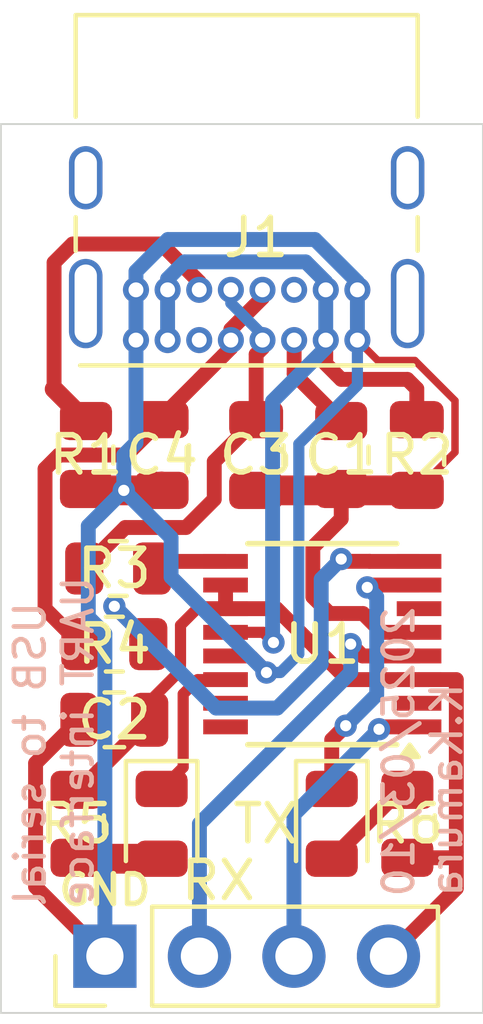
<source format=kicad_pcb>
(kicad_pcb (version 20241229) (generator "pcbnew") (generator_version "9.0")
  (layers (0 "F.Cu" signal) (2 "B.Cu" signal) (5 "F.SilkS" user "F.Silkscreen") (7 "B.SilkS" user "B.Silkscreen") (1 "F.Mask" user) (3 "B.Mask" user) (25 "Edge.Cuts" user))
  (net 0 "")
  (net 1 "GND")
  (net 2 "Net-(J1-CC2)")
  (net 3 "Net-(J1-CC1)")
  (net 4 "Net-(U1-USBDP)")
  (net 5 "Net-(J1-DP1)")
  (net 6 "Net-(U1-USBDM)")
  (net 8 "Net-(J2-Pin_2)")
  (net 10 "Net-(J2-Pin_3)")
  (net 18 "Net-(D1-A)")
  (net 19 "Net-(D1-K)")
  (net 20 "Net-(D2-A)")
  (net 21 "Net-(D2-K)")
  (net 23 "Net-(J1-VBUS)")
  (net 24 "Net-(J2-Pin_4)")
  (net 25 "Net-(J1-DN1)")
  (footprint "Package_SO:SSOP-16_3.9x4.9mm_P0.635mm" (layer "F.Cu") (at 165.1 81.28 180)
    (property "Reference" "U1" (at 0 0 0) (layer "F.SilkS"))
    (property "Value" "FT230XS")
    (fp_line (start -2 2.7) (end 2 2.7) (stroke (width 0.15)) (layer "F.SilkS"))
    (fp_line (start -2 -2.7) (end 2 -2.7) (stroke (width 0.15)) (layer "F.SilkS"))
    (fp_poly (pts (xy -2.35 -2.7) (xy -2.59 -3.03) (xy -2.11 -3.03) (xy -2.35 -2.7)) (stroke (width 0.12)) (fill yes) (layer "F.SilkS"))
    (pad "1" smd rect (at -2.6 -2.2225 180) (size 1.2 0.4) (layers "F.Cu" "F.Mask" "F.Paste") (net 10 "Net-(J2-Pin_3)"))
    (pad "2" smd rect (at -2.6 -1.5875 180) (size 1.2 0.4) (layers "F.Cu" "F.Mask" "F.Paste"))
    (pad "3" smd rect (at -2.6 -0.9525 180) (size 1.2 0.4) (layers "F.Cu" "F.Mask" "F.Paste") (net 24 "Net-(J2-Pin_4)"))
    (pad "4" smd rect (at -2.6 -0.3175 180) (size 1.2 0.4) (layers "F.Cu" "F.Mask" "F.Paste") (net 8 "Net-(J2-Pin_2)"))
    (pad "5" smd rect (at -2.6 0.3175 180) (size 1.2 0.4) (layers "F.Cu" "F.Mask" "F.Paste") (net 1 "GND"))
    (pad "6" smd rect (at -2.6 0.9525 180) (size 1.2 0.4) (layers "F.Cu" "F.Mask" "F.Paste"))
    (pad "7" smd rect (at -2.6 1.5875 180) (size 1.2 0.4) (layers "F.Cu" "F.Mask" "F.Paste") (net 21 "Net-(D2-K)"))
    (pad "8" smd rect (at -2.6 2.2225 180) (size 1.2 0.4) (layers "F.Cu" "F.Mask" "F.Paste") (net 4 "Net-(U1-USBDP)"))
    (pad "9" smd rect (at 2.6 2.2225 180) (size 1.2 0.4) (layers "F.Cu" "F.Mask" "F.Paste") (net 6 "Net-(U1-USBDM)"))
    (pad "10" smd rect (at 2.6 1.5875 180) (size 1.2 0.4) (layers "F.Cu" "F.Mask" "F.Paste") (net 24 "Net-(J2-Pin_4)"))
    (pad "11" smd rect (at 2.6 0.9525 180) (size 1.2 0.4) (layers "F.Cu" "F.Mask" "F.Paste") (net 24 "Net-(J2-Pin_4)"))
    (pad "12" smd rect (at 2.6 0.3175 180) (size 1.2 0.4) (layers "F.Cu" "F.Mask" "F.Paste") (net 23 "Net-(J1-VBUS)"))
    (pad "13" smd rect (at 2.6 -0.3175 180) (size 1.2 0.4) (layers "F.Cu" "F.Mask" "F.Paste") (net 1 "GND"))
    (pad "14" smd rect (at 2.6 -0.9525 180) (size 1.2 0.4) (layers "F.Cu" "F.Mask" "F.Paste") (net 19 "Net-(D1-K)"))
    (pad "15" smd rect (at 2.6 -1.5875 180) (size 1.2 0.4) (layers "F.Cu" "F.Mask" "F.Paste"))
    (pad "16" smd rect (at 2.6 -2.2225 180) (size 1.2 0.4) (layers "F.Cu" "F.Mask" "F.Paste"))
  )
  (footprint "Resistor_SMD:R_0805_2012Metric" (layer "F.Cu") (at 167.386 86.106 -90)
    (property "Reference" "R6" (at 0 0 180) (layer "F.SilkS"))
    (property "Value" "470")
    (fp_line (start -0.227064 0.735) (end 0.227064 0.735) (stroke (width 0.12)) (layer "F.SilkS"))
    (fp_line (start -0.227064 -0.735) (end 0.227064 -0.735) (stroke (width 0.12)) (layer "F.SilkS"))
    (pad "1" smd roundrect (at -0.9125 0 270) (size 1.025 1.4) (layers "F.Cu" "F.Mask" "F.Paste") (roundrect_rratio 0.243902) (net 20 "Net-(D2-A)"))
    (pad "2" smd roundrect (at 0.9125 0 270) (size 1.025 1.4) (layers "F.Cu" "F.Mask" "F.Paste") (roundrect_rratio 0.243902) (net 24 "Net-(J2-Pin_4)"))
  )
  (footprint "Capacitor_SMD:C_0805_2012Metric" (layer "F.Cu") (at 163.322 76.2 -90)
    (property "Reference" "C3" (at 0 0 180) (layer "F.SilkS"))
    (property "Value" "C")
    (fp_line (start -0.261252 0.735) (end 0.261252 0.735) (stroke (width 0.12)) (layer "F.SilkS"))
    (fp_line (start -0.261252 -0.735) (end 0.261252 -0.735) (stroke (width 0.12)) (layer "F.SilkS"))
    (pad "1" smd roundrect (at -0.95 0 270) (size 1 1.45) (layers "F.Cu" "F.Mask" "F.Paste") (net 5 "Net-(J1-DP1)"))
    (pad "2" smd roundrect (at 0.95 0 270) (size 1 1.45) (layers "F.Cu" "F.Mask" "F.Paste") (net 1 "GND"))
  )
  (footprint "Connector_USB:USB_C_Receptacle_GCT_USB4085" (layer "F.Cu") (at 166.043 73.113 180)
    (property "Reference" "J1" (at 2.721 2.755 0) (layer "F.SilkS"))
    (property "Value" "USB4085-GF-A_REVB")
    (fp_line (start 7.57 6) (end 7.57 8.73) (stroke (width 0.12)) (layer "F.SilkS"))
    (fp_line (start 7.57 2.4) (end 7.57 3.3) (stroke (width 0.12)) (layer "F.SilkS"))
    (fp_line (start -1.5 -0.68) (end 7.45 -0.68) (stroke (width 0.12)) (layer "F.SilkS"))
    (fp_line (start -1.62 8.73) (end 7.57 8.73) (stroke (width 0.12)) (layer "F.SilkS"))
    (fp_line (start -1.62 6) (end -1.62 8.73) (stroke (width 0.12)) (layer "F.SilkS"))
    (fp_line (start -1.62 2.4) (end -1.62 3.3) (stroke (width 0.12)) (layer "F.SilkS"))
    (pad "A1" thru_hole circle (at 0 0 180) (size 0.7 0.7) (drill 0.4) (layers "*.Cu" "*.Mask") (net 1 "GND"))
    (pad "A4" thru_hole circle (at 0.85 0 180) (size 0.7 0.7) (drill 0.4) (layers "*.Cu" "*.Mask") (net 23 "Net-(J1-VBUS)"))
    (pad "A5" thru_hole circle (at 1.7 0 180) (size 0.7 0.7) (drill 0.4) (layers "*.Cu" "*.Mask") (net 3 "Net-(J1-CC1)"))
    (pad "A6" thru_hole circle (at 2.55 0 180) (size 0.7 0.7) (drill 0.4) (layers "*.Cu" "*.Mask") (net 5 "Net-(J1-DP1)"))
    (pad "A7" thru_hole circle (at 3.4 0 180) (size 0.7 0.7) (drill 0.4) (layers "*.Cu" "*.Mask") (net 25 "Net-(J1-DN1)"))
    (pad "A8" thru_hole circle (at 4.25 0 180) (size 0.7 0.7) (drill 0.4) (layers "*.Cu" "*.Mask"))
    (pad "A9" thru_hole circle (at 5.1 0 180) (size 0.7 0.7) (drill 0.4) (layers "*.Cu" "*.Mask") (net 23 "Net-(J1-VBUS)"))
    (pad "A12" thru_hole circle (at 5.95 0 180) (size 0.7 0.7) (drill 0.4) (layers "*.Cu" "*.Mask") (net 1 "GND"))
    (pad "B1" thru_hole circle (at 5.95 1.35 180) (size 0.7 0.7) (drill 0.4) (layers "*.Cu" "*.Mask") (net 1 "GND"))
    (pad "B4" thru_hole circle (at 5.1 1.35 180) (size 0.7 0.7) (drill 0.4) (layers "*.Cu" "*.Mask") (net 23 "Net-(J1-VBUS)"))
    (pad "B5" thru_hole circle (at 4.25 1.35 180) (size 0.7 0.7) (drill 0.4) (layers "*.Cu" "*.Mask") (net 2 "Net-(J1-CC2)"))
    (pad "B6" thru_hole circle (at 3.4 1.35 180) (size 0.7 0.7) (drill 0.4) (layers "*.Cu" "*.Mask") (net 5 "Net-(J1-DP1)"))
    (pad "B7" thru_hole circle (at 2.55 1.35 180) (size 0.7 0.7) (drill 0.4) (layers "*.Cu" "*.Mask") (net 25 "Net-(J1-DN1)"))
    (pad "B8" thru_hole circle (at 1.7 1.35 180) (size 0.7 0.7) (drill 0.4) (layers "*.Cu" "*.Mask"))
    (pad "B9" thru_hole circle (at 0.85 1.35 180) (size 0.7 0.7) (drill 0.4) (layers "*.Cu" "*.Mask") (net 23 "Net-(J1-VBUS)"))
    (pad "B12" thru_hole circle (at 0 1.35 180) (size 0.7 0.7) (drill 0.4) (layers "*.Cu" "*.Mask") (net 1 "GND"))
    (pad "S1" thru_hole oval (at -1.35 0.98 180) (size 0.9 2.4) (drill oval 0.6 2.1) (layers "*.Cu" "*.Mask"))
    (pad "S1" thru_hole oval (at -1.35 4.36 180) (size 0.9 1.7) (drill oval 0.6 1.4) (layers "*.Cu" "*.Mask"))
    (pad "S1" thru_hole oval (at 7.3 0.98 180) (size 0.9 2.4) (drill oval 0.6 2.1) (layers "*.Cu" "*.Mask"))
    (pad "S1" thru_hole oval (at 7.3 4.36 180) (size 0.9 1.7) (drill oval 0.6 1.4) (layers "*.Cu" "*.Mask"))
  )
  (footprint "LED_SMD:LED_0805_2012Metric" (layer "F.Cu") (at 160.782 86.106 -90)
    (property "Reference" "RX" (at 1.524 -1.524 180) (layer "F.SilkS"))
    (property "Value" "~")
    (fp_line (start -1.685 0.96) (end 1 0.96) (stroke (width 0.12)) (layer "F.SilkS"))
    (fp_line (start -1.685 -0.96) (end -1.685 0.96) (stroke (width 0.12)) (layer "F.SilkS"))
    (fp_line (start 1 -0.96) (end -1.685 -0.96) (stroke (width 0.12)) (layer "F.SilkS"))
    (pad "1" smd roundrect (at -0.9375 0 270) (size 0.975 1.4) (layers "F.Cu" "F.Mask" "F.Paste") (net 19 "Net-(D1-K)"))
    (pad "2" smd roundrect (at 0.9375 0 270) (size 0.975 1.4) (layers "F.Cu" "F.Mask" "F.Paste") (net 18 "Net-(D1-A)"))
  )
  (footprint "Resistor_SMD:R_0805_2012Metric" (layer "F.Cu") (at 158.75 76.2 -90)
    (property "Reference" "R1" (at 0 0 180) (layer "F.SilkS"))
    (property "Value" "5.1k")
    (fp_line (start -0.227064 0.735) (end 0.227064 0.735) (stroke (width 0.12)) (layer "F.SilkS"))
    (fp_line (start -0.227064 -0.735) (end 0.227064 -0.735) (stroke (width 0.12)) (layer "F.SilkS"))
    (pad "1" smd roundrect (at -0.9125 0 270) (size 1.025 1.4) (layers "F.Cu" "F.Mask" "F.Paste") (roundrect_rratio 0.243902) (net 2 "Net-(J1-CC2)"))
    (pad "2" smd roundrect (at 0.9125 0 270) (size 1.025 1.4) (layers "F.Cu" "F.Mask" "F.Paste") (roundrect_rratio 0.243902) (net 1 "GND"))
  )
  (footprint "Connector_PinHeader_2.54mm:PinHeader_1x04_P2.54mm_Vertical" (layer "F.Cu") (at 159.258 89.662 90)
    (property "Reference" "GND" (at 1.778 0 180) (layer "F.SilkS") (effects (font (size 0.8 0.8))))
    (property "Value" "Conn_01x04_Pin")
    (fp_line (start -1.33 -1.33) (end 0 -1.33) (stroke (width 0.12)) (layer "F.SilkS"))
    (fp_line (start -1.33 0) (end -1.33 -1.33) (stroke (width 0.12)) (layer "F.SilkS"))
    (fp_line (start 1.33 1.27) (end 1.33 8.95) (stroke (width 0.12)) (layer "F.SilkS"))
    (fp_line (start -1.33 1.27) (end 1.33 1.27) (stroke (width 0.12)) (layer "F.SilkS"))
    (fp_line (start -1.33 1.27) (end -1.33 8.95) (stroke (width 0.12)) (layer "F.SilkS"))
    (fp_line (start -1.33 8.95) (end 1.33 8.95) (stroke (width 0.12)) (layer "F.SilkS"))
    (pad "1" thru_hole rect (at 0 0 90) (size 1.7 1.7) (drill 1) (layers "*.Cu" "*.Mask") (net 1 "GND"))
    (pad "2" thru_hole oval (at 0 2.54 90) (size 1.7 1.7) (drill 1) (layers "*.Cu" "*.Mask") (net 8 "Net-(J2-Pin_2)"))
    (pad "3" thru_hole oval (at 0 5.08 90) (size 1.7 1.7) (drill 1) (layers "*.Cu" "*.Mask") (net 10 "Net-(J2-Pin_3)"))
    (pad "4" thru_hole oval (at 0 7.62 90) (size 1.7 1.7) (drill 1) (layers "*.Cu" "*.Mask") (net 24 "Net-(J2-Pin_4)"))
  )
  (footprint "LED_SMD:LED_0805_2012Metric" (layer "F.Cu") (at 165.354 86.106 -90)
    (property "Reference" "TX" (at 0 1.778 180) (layer "F.SilkS"))
    (property "Value" "~")
    (fp_line (start -1.685 0.96) (end 1 0.96) (stroke (width 0.12)) (layer "F.SilkS"))
    (fp_line (start -1.685 -0.96) (end -1.685 0.96) (stroke (width 0.12)) (layer "F.SilkS"))
    (fp_line (start 1 -0.96) (end -1.685 -0.96) (stroke (width 0.12)) (layer "F.SilkS"))
    (pad "1" smd roundrect (at -0.9375 0 270) (size 0.975 1.4) (layers "F.Cu" "F.Mask" "F.Paste") (net 21 "Net-(D2-K)"))
    (pad "2" smd roundrect (at 0.9375 0 270) (size 0.975 1.4) (layers "F.Cu" "F.Mask" "F.Paste") (net 20 "Net-(D2-A)"))
  )
  (footprint "Resistor_SMD:R_0805_2012Metric" (layer "F.Cu") (at 159.6155 79.248)
    (property "Reference" "R3" (at -0.1035 0 0) (layer "F.SilkS"))
    (property "Value" "27")
    (fp_line (start -0.227064 -0.735) (end 0.227064 -0.735) (stroke (width 0.12)) (layer "F.SilkS"))
    (fp_line (start -0.227064 0.735) (end 0.227064 0.735) (stroke (width 0.12)) (layer "F.SilkS"))
    (pad "1" smd roundrect (at -0.9125 0) (size 1.025 1.4) (layers "F.Cu" "F.Mask" "F.Paste") (roundrect_rratio 0.243902) (net 5 "Net-(J1-DP1)"))
    (pad "2" smd roundrect (at 0.9125 0) (size 1.025 1.4) (layers "F.Cu" "F.Mask" "F.Paste") (roundrect_rratio 0.243902) (net 6 "Net-(U1-USBDM)"))
  )
  (footprint "Capacitor_SMD:C_0805_2012Metric" (layer "F.Cu") (at 167.64 76.2 90)
    (property "Reference" "C1" (at 0 -2.032 180) (layer "F.SilkS"))
    (property "Value" "0.1u")
    (fp_line (start -0.261252 -0.735) (end 0.261252 -0.735) (stroke (width 0.12)) (layer "F.SilkS"))
    (fp_line (start -0.261252 0.735) (end 0.261252 0.735) (stroke (width 0.12)) (layer "F.SilkS"))
    (pad "1" smd roundrect (at -0.95 0 90) (size 1 1.45) (layers "F.Cu" "F.Mask" "F.Paste") (net 1 "GND"))
    (pad "2" smd roundrect (at 0.95 0 90) (size 1 1.45) (layers "F.Cu" "F.Mask" "F.Paste") (net 23 "Net-(J1-VBUS)"))
  )
  (footprint "Capacitor_SMD:C_0805_2012Metric" (layer "F.Cu") (at 160.782 76.2 -90)
    (property "Reference" "C4" (at 0 0 180) (layer "F.SilkS"))
    (property "Value" "C")
    (fp_line (start -0.261252 0.735) (end 0.261252 0.735) (stroke (width 0.12)) (layer "F.SilkS"))
    (fp_line (start -0.261252 -0.735) (end 0.261252 -0.735) (stroke (width 0.12)) (layer "F.SilkS"))
    (pad "1" smd roundrect (at -0.95 0 270) (size 1 1.45) (layers "F.Cu" "F.Mask" "F.Paste") (net 25 "Net-(J1-DN1)"))
    (pad "2" smd roundrect (at 0.95 0 270) (size 1 1.45) (layers "F.Cu" "F.Mask" "F.Paste") (net 1 "GND"))
  )
  (footprint "Resistor_SMD:R_0805_2012Metric" (layer "F.Cu") (at 158.496 86.106 -90)
    (property "Reference" "R5" (at 0 0 180) (layer "F.SilkS"))
    (property "Value" "470")
    (fp_line (start -0.227064 0.735) (end 0.227064 0.735) (stroke (width 0.12)) (layer "F.SilkS"))
    (fp_line (start -0.227064 -0.735) (end 0.227064 -0.735) (stroke (width 0.12)) (layer "F.SilkS"))
    (pad "1" smd roundrect (at -0.9125 0 270) (size 1.025 1.4) (layers "F.Cu" "F.Mask" "F.Paste") (roundrect_rratio 0.243902) (net 24 "Net-(J2-Pin_4)"))
    (pad "2" smd roundrect (at 0.9125 0 270) (size 1.025 1.4) (layers "F.Cu" "F.Mask" "F.Paste") (roundrect_rratio 0.243902) (net 18 "Net-(D1-A)"))
  )
  (footprint "Resistor_SMD:R_0805_2012Metric" (layer "F.Cu") (at 159.512 81.28)
    (property "Reference" "R4" (at 0 0 0) (layer "F.SilkS"))
    (property "Value" "27")
    (fp_line (start -0.227064 -0.735) (end 0.227064 -0.735) (stroke (width 0.12)) (layer "F.SilkS"))
    (fp_line (start -0.227064 0.735) (end 0.227064 0.735) (stroke (width 0.12)) (layer "F.SilkS"))
    (pad "1" smd roundrect (at -0.9125 0) (size 1.025 1.4) (layers "F.Cu" "F.Mask" "F.Paste") (roundrect_rratio 0.243902) (net 25 "Net-(J1-DN1)"))
    (pad "2" smd roundrect (at 0.9125 0) (size 1.025 1.4) (layers "F.Cu" "F.Mask" "F.Paste") (roundrect_rratio 0.243902) (net 4 "Net-(U1-USBDP)"))
  )
  (footprint "Resistor_SMD:R_0805_2012Metric" (layer "F.Cu") (at 165.608 76.2 -90)
    (property "Reference" "R2" (at 0 -2.032 180) (layer "F.SilkS"))
    (property "Value" "5.1k")
    (fp_line (start -0.227064 0.735) (end 0.227064 0.735) (stroke (width 0.12)) (layer "F.SilkS"))
    (fp_line (start -0.227064 -0.735) (end 0.227064 -0.735) (stroke (width 0.12)) (layer "F.SilkS"))
    (pad "1" smd roundrect (at -0.9125 0 270) (size 1.025 1.4) (layers "F.Cu" "F.Mask" "F.Paste") (roundrect_rratio 0.243902) (net 3 "Net-(J1-CC1)"))
    (pad "2" smd roundrect (at 0.9125 0 270) (size 1.025 1.4) (layers "F.Cu" "F.Mask" "F.Paste") (roundrect_rratio 0.243902) (net 1 "GND"))
  )
  (footprint "Capacitor_SMD:C_0805_2012Metric" (layer "F.Cu") (at 159.512 83.312)
    (property "Reference" "C2" (at 0 0 0) (layer "F.SilkS"))
    (property "Value" "0.1u")
    (fp_line (start -0.261252 -0.735) (end 0.261252 -0.735) (stroke (width 0.12)) (layer "F.SilkS"))
    (fp_line (start -0.261252 0.735) (end 0.261252 0.735) (stroke (width 0.12)) (layer "F.SilkS"))
    (pad "1" smd roundrect (at -0.95 0) (size 1 1.45) (layers "F.Cu" "F.Mask" "F.Paste") (net 1 "GND"))
    (pad "2" smd roundrect (at 0.95 0) (size 1 1.45) (layers "F.Cu" "F.Mask" "F.Paste") (net 24 "Net-(J2-Pin_4)"))
  )
  (gr_line (start 156.464 67.31) (end 169.418 67.31) (stroke (width 0.05)) (layer "Edge.Cuts"))
  (gr_line (start 169.418 67.31) (end 169.418 91.186) (stroke (width 0.05)) (layer "Edge.Cuts"))
  (gr_line (start 169.418 91.186) (end 156.464 91.186) (stroke (width 0.05)) (layer "Edge.Cuts"))
  (gr_line (start 156.464 91.186) (end 156.464 67.31) (stroke (width 0.05)) (layer "Edge.Cuts"))
  (gr_text "2025/03/10\nK.Kamura" (at 168.91 88.138 90) (layer "B.SilkS") (effects (font (size 0.8 0.8) (thickness 0.125)) (justify right bottom mirror)))
  (gr_text "USB to serial\nUART interface" (at 159.004 88.392 90) (layer "B.SilkS") (effects (font (size 0.8 0.8) (thickness 0.125)) (justify right bottom mirror)))
  (segment (start 168.666 76.124) (end 167.64 77.15) (width 0.2) (layer "F.Cu") (net 1))
  (segment (start 160.782 77.15) (end 158.75 77.15) (width 0.8) (layer "F.Cu") (net 1))
  (segment (start 166.1945 80.457) (end 165.293 80.457) (width 0.4) (layer "F.Cu") (net 1))
  (segment (start 167.7 80.9625) (end 166.7 80.9625) (width 0.4) (layer "F.Cu") (net 1))
  (segment (start 165.293 80.457) (end 164.846 80.01) (width 0.4) (layer "F.Cu") (net 1))
  (segment (start 164.846 78.678) (end 165.608 77.916) (width 0.4) (layer "F.Cu") (net 1))
  (segment (start 168.666 74.739479) (end 168.666 76.124) (width 0.2) (layer "F.Cu") (net 1))
  (segment (start 166.59 73.66) (end 167.58652 73.66) (width 0.2) (layer "F.Cu") (net 1))
  (segment (start 165.608 77.916) (end 165.608 77.1125) (width 0.4) (layer "F.Cu") (net 1))
  (segment (start 163.22826 81.5975) (end 163.600002 81.969242) (width 0.3) (layer "F.Cu") (net 1))
  (segment (start 163.600002 81.969242) (end 163.600002 82.042) (width 0.3) (layer "F.Cu") (net 1))
  (segment (start 157.395 84.479) (end 157.395 87.799) (width 0.4) (layer "F.Cu") (net 1))
  (segment (start 166.7 80.9625) (end 166.1945 80.457) (width 0.4) (layer "F.Cu") (net 1))
  (segment (start 158.562 83.312) (end 157.395 84.479) (width 0.4) (layer "F.Cu") (net 1))
  (segment (start 157.395 87.799) (end 159.258 89.662) (width 0.4) (layer "F.Cu") (net 1))
  (segment (start 158.75 77.15) (end 158.75 77.1125) (width 0.8) (layer "F.Cu") (net 1))
  (segment (start 163.322 77.15) (end 167.64 77.15) (width 0.8) (layer "F.Cu") (net 1))
  (segment (start 166.043 73.113) (end 166.59 73.66) (width 0.2) (layer "F.Cu") (net 1))
  (segment (start 160.782 77.15) (end 160.782 76.942913) (width 0.6) (layer "F.Cu") (net 1))
  (segment (start 164.846 80.01) (end 164.846 78.678) (width 0.4) (layer "F.Cu") (net 1))
  (segment (start 167.58652 73.66) (end 168.666 74.739479) (width 0.2) (layer "F.Cu") (net 1))
  (segment (start 162.5 81.5975) (end 163.22826 81.5975) (width 0.3) (layer "F.Cu") (net 1))
  (via (at 159.766 77.15) (size 0.6) (drill 0.3) (layers "F.Cu" "B.Cu") (net 1))
  (via (at 159.766 77.15) (size 0.6) (drill 0.3) (layers "F.Cu" "B.Cu") (net 1))
  (via (at 163.600002 82.042) (size 0.6) (drill 0.3) (layers "F.Cu" "B.Cu") (net 1))
  (segment (start 161.036 78.42) (end 159.766 77.15) (width 0.4) (layer "B.Cu") (net 1))
  (segment (start 161.036 79.477998) (end 161.036 78.74) (width 0.4) (layer "B.Cu") (net 1))
  (segment (start 164.903075 70.411) (end 166.043 71.550925) (width 0.4) (layer "B.Cu") (net 1))
  (segment (start 160.093 75.873) (end 159.766 76.2) (width 0.4) (layer "B.Cu") (net 1))
  (segment (start 160.093 73.113) (end 160.093 75.873) (width 0.4) (layer "B.Cu") (net 1))
  (segment (start 166.043 71.763) (end 166.043 73.113) (width 0.4) (layer "B.Cu") (net 1))
  (segment (start 161.036 78.74) (end 161.036 78.42) (width 0.4) (layer "B.Cu") (net 1))
  (segment (start 166.043 74.328943) (end 166.043 73.113) (width 0.3) (layer "B.Cu") (net 1))
  (segment (start 166.182 73.252) (end 166.043 73.113) (width 0.2) (layer "B.Cu") (net 1))
  (segment (start 159.766 76.2) (end 159.766 77.15) (width 0.4) (layer "B.Cu") (net 1))
  (segment (start 158.811 80.554364) (end 158.811 78.105) (width 0.4) (layer "B.Cu") (net 1))
  (segment (start 163.600002 82.042) (end 163.972834 82.042) (width 0.3) (layer "B.Cu") (net 1))
  (segment (start 163.600002 82.042) (end 163.902124 82.042) (width 0.3) (layer "B.Cu") (net 1))
  (segment (start 166.043 71.550925) (end 166.043 71.763) (width 0.4) (layer "B.Cu") (net 1))
  (segment (start 160.093 71.268026) (end 160.950026 70.411) (width 0.4) (layer "B.Cu") (net 1))
  (segment (start 164.469306 81.545528) (end 164.469306 75.902637) (width 0.3) (layer "B.Cu") (net 1))
  (segment (start 160.093 71.763) (end 160.093 71.268026) (width 0.4) (layer "B.Cu") (net 1))
  (segment (start 158.811 80.554364) (end 159.258 81.001364) (width 0.4) (layer "B.Cu") (net 1))
  (segment (start 163.600002 82.042) (end 161.036 79.477998) (width 0.4) (layer "B.Cu") (net 1))
  (segment (start 158.811 78.105) (end 159.766 77.15) (width 0.4) (layer "B.Cu") (net 1))
  (segment (start 159.258 81.001364) (end 159.258 89.662) (width 0.4) (layer "B.Cu") (net 1))
  (segment (start 164.469306 75.902637) (end 166.043 74.328943) (width 0.3) (layer "B.Cu") (net 1))
  (segment (start 160.093 73.113) (end 160.093 71.763) (width 0.4) (layer "B.Cu") (net 1))
  (segment (start 163.972834 82.042) (end 164.469306 81.545528) (width 0.3) (layer "B.Cu") (net 1))
  (segment (start 163.600002 82.042) (end 163.576 82.042) (width 0.2) (layer "B.Cu") (net 1))
  (segment (start 160.950026 70.411) (end 164.903075 70.411) (width 0.4) (layer "B.Cu") (net 1))
  (segment (start 157.892 74.4295) (end 157.892 71.030504) (width 0.4) (layer "F.Cu") (net 2))
  (segment (start 160.774075 70.532) (end 161.793 71.550925) (width 0.4) (layer "F.Cu") (net 2))
  (segment (start 157.892 71.030504) (end 158.390504 70.532) (width 0.4) (layer "F.Cu") (net 2))
  (segment (start 161.793 71.550925) (end 161.793 71.763) (width 0.4) (layer "F.Cu") (net 2))
  (segment (start 158.390504 70.532) (end 160.774075 70.532) (width 0.4) (layer "F.Cu") (net 2))
  (segment (start 158.75 75.2875) (end 157.892 74.4295) (width 0.5) (layer "F.Cu") (net 2))
  (segment (start 164.343 74.0225) (end 164.343 73.113) (width 0.4) (layer "F.Cu") (net 3))
  (segment (start 164.343 72.971636) (end 164.343 73.113) (width 0.3) (layer "F.Cu") (net 3))
  (segment (start 165.608 75.2875) (end 164.343 74.0225) (width 0.4) (layer "F.Cu") (net 3))
  (segment (start 167.7 79.0575) (end 166.3725 79.0575) (width 0.4) (layer "F.Cu") (net 4))
  (segment (start 165.669 79.055) (end 166.37 79.055) (width 0.4) (layer "F.Cu") (net 4))
  (segment (start 165.608 78.994) (end 165.669 79.055) (width 0.4) (layer "F.Cu") (net 4))
  (segment (start 160.4245 81.28) (end 160.4245 81.1765) (width 0.4) (layer "F.Cu") (net 4))
  (segment (start 160.4245 81.1765) (end 159.512 80.264) (width 0.4) (layer "F.Cu") (net 4))
  (segment (start 166.3725 79.0575) (end 166.37 79.055) (width 0.4) (layer "F.Cu") (net 4))
  (via (at 165.608 78.994) (size 0.6) (drill 0.3) (layers "F.Cu" "B.Cu") (net 4))
  (via (at 159.512 80.264) (size 0.6) (drill 0.3) (layers "F.Cu" "B.Cu") (net 4))
  (segment (start 162.245 82.997) (end 163.890366 82.997) (width 0.4) (layer "B.Cu") (net 4))
  (segment (start 163.890366 82.997) (end 165.070306 81.81706) (width 0.4) (layer "B.Cu") (net 4))
  (segment (start 165.070306 79.531694) (end 165.608 78.994) (width 0.4) (layer "B.Cu") (net 4))
  (segment (start 159.512 80.264) (end 162.245 82.997) (width 0.4) (layer "B.Cu") (net 4))
  (segment (start 165.070306 81.81706) (end 165.070306 79.531694) (width 0.4) (layer "B.Cu") (net 4))
  (segment (start 163.322 75.25) (end 162.196 76.376) (width 0.4) (layer "F.Cu") (net 5))
  (segment (start 163.322 73.496075) (end 163.322 75.25) (width 0.4) (layer "F.Cu") (net 5))
  (segment (start 163.322 73.496075) (end 163.493 73.325075) (width 0.4) (layer "F.Cu") (net 5))
  (segment (start 163.493 73.325075) (end 163.493 73.113) (width 0.4) (layer "F.Cu") (net 5))
  (segment (start 159.804 78.147) (end 158.703 79.248) (width 0.4) (layer "F.Cu") (net 5))
  (segment (start 162.196 77.38858) (end 161.43758 78.147) (width 0.4) (layer "F.Cu") (net 5))
  (segment (start 161.43758 78.147) (end 159.804 78.147) (width 0.4) (layer "F.Cu") (net 5))
  (segment (start 162.196 76.376) (end 162.196 77.38858) (width 0.4) (layer "F.Cu") (net 5))
  (segment (start 162.643 72.121636) (end 163.493 72.971636) (width 0.3) (layer "B.Cu") (net 5))
  (segment (start 162.643 71.763) (end 162.643 72.121636) (width 0.3) (layer "B.Cu") (net 5))
  (segment (start 163.493 72.971636) (end 163.493 73.113) (width 0.3) (layer "B.Cu") (net 5))
  (segment (start 160.7185 79.0575) (end 160.528 79.248) (width 0.4) (layer "F.Cu") (net 6))
  (segment (start 162.5 79.0575) (end 160.7185 79.0575) (width 0.4) (layer "F.Cu") (net 6))
  (segment (start 166.1795 81.5975) (end 165.862 81.28) (width 0.4) (layer "F.Cu") (net 8))
  (segment (start 167.7 81.5975) (end 166.1795 81.5975) (width 0.4) (layer "F.Cu") (net 8))
  (via (at 165.862 81.28) (size 0.6) (drill 0.3) (layers "F.Cu" "B.Cu") (net 8))
  (segment (start 161.798 86.106) (end 161.798 89.662) (width 0.4) (layer "B.Cu") (net 8))
  (segment (start 165.862 82.042) (end 161.798 86.106) (width 0.4) (layer "B.Cu") (net 8))
  (segment (start 165.862 81.28) (end 165.862 82.042) (width 0.4) (layer "B.Cu") (net 8))
  (segment (start 167.7 83.5025) (end 166.6875 83.5025) (width 0.4) (layer "F.Cu") (net 10))
  (segment (start 166.6875 83.5025) (end 166.624 83.566) (width 0.4) (layer "F.Cu") (net 10))
  (via (at 166.624 83.566) (size 0.6) (drill 0.3) (layers "F.Cu" "B.Cu") (net 10))
  (segment (start 164.338 85.852) (end 166.624 83.566) (width 0.4) (layer "B.Cu") (net 10))
  (segment (start 164.338 89.662) (end 164.338 85.852) (width 0.4) (layer "B.Cu") (net 10))
  (segment (start 160.782 87.0435) (end 158.521 87.0435) (width 0.8) (layer "F.Cu") (net 18))
  (segment (start 158.521 87.0435) (end 158.496 87.0185) (width 0.8) (layer "F.Cu") (net 18))
  (segment (start 161.361195 84.589305) (end 160.782 85.1685) (width 0.3) (layer "F.Cu") (net 19))
  (segment (start 161.749891 82.2325) (end 161.361195 82.621195) (width 0.3) (layer "F.Cu") (net 19))
  (segment (start 162.5 82.2325) (end 161.749891 82.2325) (width 0.3) (layer "F.Cu") (net 19))
  (segment (start 161.361195 82.621195) (end 161.361195 84.589305) (width 0.3) (layer "F.Cu") (net 19))
  (segment (start 167.386 85.1935) (end 167.204 85.1935) (width 0.4) (layer "F.Cu") (net 20))
  (segment (start 167.204 85.1935) (end 165.354 87.0435) (width 0.4) (layer "F.Cu") (net 20))
  (segment (start 165.354 85.1685) (end 165.354 83.846049) (width 0.4) (layer "F.Cu") (net 21))
  (segment (start 165.354 83.846049) (end 165.729023 83.471026) (width 0.4) (layer "F.Cu") (net 21))
  (segment (start 166.3715 79.6925) (end 166.308 79.756) (width 0.4) (layer "F.Cu") (net 21))
  (segment (start 167.7 79.6925) (end 166.3715 79.6925) (width 0.4) (layer "F.Cu") (net 21))
  (via (at 165.729023 83.471026) (size 0.6) (drill 0.3) (layers "F.Cu" "B.Cu") (net 21))
  (via (at 166.308 79.756) (size 0.6) (drill 0.3) (layers "F.Cu" "B.Cu") (net 21))
  (segment (start 166.563 80.011) (end 166.308 79.756) (width 0.4) (layer "B.Cu") (net 21))
  (segment (start 166.563 82.637049) (end 166.563 80.011) (width 0.4) (layer "B.Cu") (net 21))
  (segment (start 165.729023 83.471026) (end 166.563 82.637049) (width 0.4) (layer "B.Cu") (net 21))
  (segment (start 163.513914 80.9625) (end 163.787442 81.236028) (width 0.3) (layer "F.Cu") (net 23))
  (segment (start 165.608 74.168) (end 167.386 74.168) (width 0.4) (layer "F.Cu") (net 23))
  (segment (start 165.193 73.753) (end 165.193 73.113) (width 0.4) (layer "F.Cu") (net 23))
  (segment (start 167.64 74.422) (end 167.64 75.25) (width 0.4) (layer "F.Cu") (net 23))
  (segment (start 165.481 74.041) (end 165.608 74.168) (width 0.4) (layer "F.Cu") (net 23))
  (segment (start 167.386 74.168) (end 167.64 74.422) (width 0.4) (layer "F.Cu") (net 23))
  (segment (start 165.481 74.041) (end 165.193 73.753) (width 0.4) (layer "F.Cu") (net 23))
  (segment (start 162.5 80.9625) (end 163.513914 80.9625) (width 0.3) (layer "F.Cu") (net 23))
  (via (at 163.787442 81.236028) (size 0.6) (drill 0.3) (layers "F.Cu" "B.Cu") (net 23))
  (segment (start 163.764625 81.213211) (end 163.787442 81.236028) (width 0.4) (layer "B.Cu") (net 23))
  (segment (start 161.398 71.012) (end 164.654075 71.012) (width 0.4) (layer "B.Cu") (net 23))
  (segment (start 160.943 73.113) (end 160.943 71.763) (width 0.4) (layer "B.Cu") (net 23))
  (segment (start 160.943 71.467) (end 161.398 71.012) (width 0.4) (layer "B.Cu") (net 23))
  (segment (start 163.764625 74.75345) (end 163.764625 81.213211) (width 0.4) (layer "B.Cu") (net 23))
  (segment (start 165.193 73.113) (end 165.193 73.325075) (width 0.4) (layer "B.Cu") (net 23))
  (segment (start 164.654075 71.012) (end 165.193 71.550925) (width 0.4) (layer "B.Cu") (net 23))
  (segment (start 165.193 71.550925) (end 165.193 71.763) (width 0.4) (layer "B.Cu") (net 23))
  (segment (start 165.193 71.763) (end 165.193 73.113) (width 0.4) (layer "B.Cu") (net 23))
  (segment (start 165.193 73.325075) (end 163.764625 74.75345) (width 0.4) (layer "B.Cu") (net 23))
  (segment (start 160.943 71.763) (end 160.943 71.467) (width 0.4) (layer "B.Cu") (net 23))
  (segment (start 158.496 85.1935) (end 158.5805 85.1935) (width 0.4) (layer "F.Cu") (net 24))
  (segment (start 168.7 82.2325) (end 168.701 82.2335) (width 0.4) (layer "F.Cu") (net 24))
  (segment (start 161.288 81.98587) (end 160.462 82.81187) (width 0.3) (layer "F.Cu") (net 24))
  (segment (start 165.773864 82.2325) (end 163.868864 80.3275) (width 0.4) (layer "F.Cu") (net 24))
  (segment (start 161.288 81.79) (end 161.288 81.98587) (width 0.3) (layer "F.Cu") (net 24))
  (segment (start 167.7 82.2325) (end 168.7 82.2325) (width 0.4) (layer "F.Cu") (net 24))
  (segment (start 163.868864 80.3275) (end 162.5 80.3275) (width 0.4) (layer "F.Cu") (net 24))
  (segment (start 162.5 80.3275) (end 161.7345 80.3275) (width 0.3) (layer "F.Cu") (net 24))
  (segment (start 160.462 82.81187) (end 160.462 83.312) (width 0.3) (layer "F.Cu") (net 24))
  (segment (start 161.7345 80.3275) (end 161.29 80.772) (width 0.3) (layer "F.Cu") (net 24))
  (segment (start 158.5805 85.1935) (end 160.462 83.312) (width 0.4) (layer "F.Cu") (net 24))
  (segment (start 167.386 87.0185) (end 168.5505 87.0185) (width 0.4) (layer "F.Cu") (net 24))
  (segment (start 162.5 80.3275) (end 162.5 79.6925) (width 0.4) (layer "F.Cu") (net 24))
  (segment (start 168.701 82.2335) (end 168.701 86.868) (width 0.4) (layer "F.Cu") (net 24))
  (segment (start 161.29 81.788) (end 161.288 81.79) (width 0.3) (layer "F.Cu") (net 24))
  (segment (start 161.29 80.772) (end 161.29 81.788) (width 0.3) (layer "F.Cu") (net 24))
  (segment (start 168.701 86.868) (end 168.701 87.839) (width 0.4) (layer "F.Cu") (net 24))
  (segment (start 160.462 83.312) (end 160.462 82.87) (width 0.4) (layer "F.Cu") (net 24))
  (segment (start 168.701 87.839) (end 166.878 89.662) (width 0.4) (layer "F.Cu") (net 24))
  (segment (start 167.7 82.2325) (end 165.773864 82.2325) (width 0.4) (layer "F.Cu") (net 24))
  (segment (start 162.643 73.323) (end 162.643 73.113) (width 0.4) (layer "F.Cu") (net 25))
  (segment (start 163.493 71.975076) (end 163.493 71.763) (width 0.3) (layer "F.Cu") (net 25))
  (segment (start 162.643 72.825075) (end 163.493 71.975075) (width 0.4) (layer "F.Cu") (net 25))
  (segment (start 158.02242 76.2) (end 159.832 76.2) (width 0.4) (layer "F.Cu") (net 25))
  (segment (start 160.782 75.184) (end 161.798 74.168) (width 0.4) (layer "F.Cu") (net 25))
  (segment (start 162.433 73.533) (end 162.643 73.323) (width 0.4) (layer "F.Cu") (net 25))
  (segment (start 161.798 74.168) (end 162.179 73.787) (width 0.4) (layer "F.Cu") (net 25))
  (segment (start 162.643 73.113) (end 162.643 72.825076) (width 0.3) (layer "F.Cu") (net 25))
  (segment (start 160.782 75.25) (end 160.782 75.184) (width 0.4) (layer "F.Cu") (net 25))
  (segment (start 163.493 71.975075) (end 163.493 71.763) (width 0.4) (layer "F.Cu") (net 25))
  (segment (start 161.798 74.168) (end 162.433 73.533) (width 0.4) (layer "F.Cu") (net 25))
  (segment (start 158.5995 81.28) (end 157.649 80.3295) (width 0.4) (layer "F.Cu") (net 25))
  (segment (start 157.649 76.57342) (end 158.02242 76.2) (width 0.4) (layer "F.Cu") (net 25))
  (segment (start 157.649 80.3295) (end 157.649 76.57342) (width 0.4) (layer "F.Cu") (net 25))
  (segment (start 162.643 73.323) (end 162.643 72.825075) (width 0.4) (layer "F.Cu") (net 25))
  (segment (start 159.832 76.2) (end 160.782 75.25) (width 0.4) (layer "F.Cu") (net 25))
)
</source>
